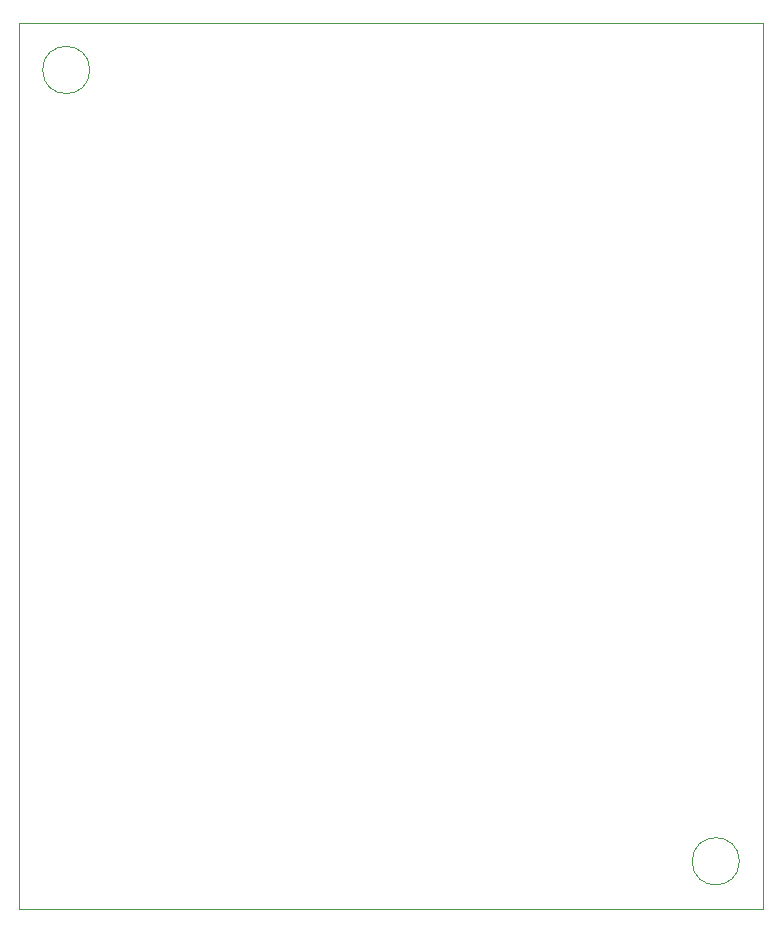
<source format=gbr>
%TF.GenerationSoftware,KiCad,Pcbnew,9.0.3*%
%TF.CreationDate,2025-09-06T14:30:13+03:00*%
%TF.ProjectId,ble_jammer_2.4ghz,626c655f-6a61-46d6-9d65-725f322e3467,rev?*%
%TF.SameCoordinates,Original*%
%TF.FileFunction,Profile,NP*%
%FSLAX46Y46*%
G04 Gerber Fmt 4.6, Leading zero omitted, Abs format (unit mm)*
G04 Created by KiCad (PCBNEW 9.0.3) date 2025-09-06 14:30:13*
%MOMM*%
%LPD*%
G01*
G04 APERTURE LIST*
%TA.AperFunction,Profile*%
%ADD10C,0.050000*%
%TD*%
G04 APERTURE END LIST*
D10*
X42000000Y-38500000D02*
X105000000Y-38500000D01*
X105000000Y-113500000D01*
X42000000Y-113500000D01*
X42000000Y-38500000D01*
X103000000Y-109500000D02*
G75*
G02*
X99000000Y-109500000I-2000000J0D01*
G01*
X99000000Y-109500000D02*
G75*
G02*
X103000000Y-109500000I2000000J0D01*
G01*
X48000000Y-42500000D02*
G75*
G02*
X44000000Y-42500000I-2000000J0D01*
G01*
X44000000Y-42500000D02*
G75*
G02*
X48000000Y-42500000I2000000J0D01*
G01*
M02*

</source>
